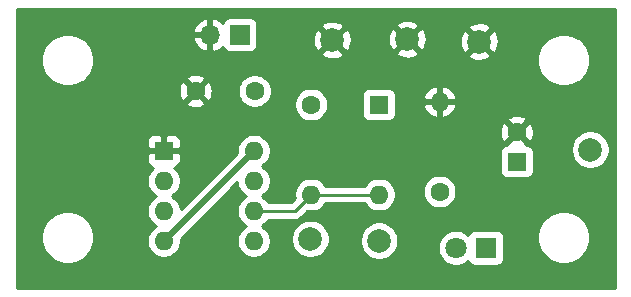
<source format=gbr>
%TF.GenerationSoftware,KiCad,Pcbnew,5.1.9-73d0e3b20d~88~ubuntu20.04.1*%
%TF.CreationDate,2021-03-24T21:29:24+01:00*%
%TF.ProjectId,10_KiCad_WCP,31305f4b-6943-4616-945f-5743502e6b69,rev?*%
%TF.SameCoordinates,Original*%
%TF.FileFunction,Copper,L2,Bot*%
%TF.FilePolarity,Positive*%
%FSLAX46Y46*%
G04 Gerber Fmt 4.6, Leading zero omitted, Abs format (unit mm)*
G04 Created by KiCad (PCBNEW 5.1.9-73d0e3b20d~88~ubuntu20.04.1) date 2021-03-24 21:29:24*
%MOMM*%
%LPD*%
G01*
G04 APERTURE LIST*
%TA.AperFunction,ComponentPad*%
%ADD10O,1.600000X1.600000*%
%TD*%
%TA.AperFunction,ComponentPad*%
%ADD11C,1.600000*%
%TD*%
%TA.AperFunction,ComponentPad*%
%ADD12C,2.000000*%
%TD*%
%TA.AperFunction,ComponentPad*%
%ADD13C,1.800000*%
%TD*%
%TA.AperFunction,ComponentPad*%
%ADD14R,1.800000X1.800000*%
%TD*%
%TA.AperFunction,ComponentPad*%
%ADD15R,1.600000X1.600000*%
%TD*%
%TA.AperFunction,ComponentPad*%
%ADD16O,1.700000X1.700000*%
%TD*%
%TA.AperFunction,ComponentPad*%
%ADD17R,1.700000X1.700000*%
%TD*%
%TA.AperFunction,Conductor*%
%ADD18C,0.500000*%
%TD*%
%TA.AperFunction,Conductor*%
%ADD19C,0.250000*%
%TD*%
%TA.AperFunction,Conductor*%
%ADD20C,0.254000*%
%TD*%
%TA.AperFunction,Conductor*%
%ADD21C,0.100000*%
%TD*%
G04 APERTURE END LIST*
D10*
%TO.P,R2,2*%
%TO.N,/THR*%
X86614000Y-56388000D03*
D11*
%TO.P,R2,1*%
%TO.N,+9V*%
X86614000Y-48768000D03*
%TD*%
D12*
%TO.P,TP6,1*%
%TO.N,Net-(D3-Pad2)*%
X92354400Y-60299600D03*
%TD*%
%TO.P,TP5,1*%
%TO.N,+9V*%
X86537800Y-60147200D03*
%TD*%
%TO.P,TP4,1*%
%TO.N,/THR*%
X110236000Y-52578000D03*
%TD*%
%TO.P,TP3,1*%
%TO.N,GND*%
X94742000Y-43243500D03*
%TD*%
%TO.P,TP2,1*%
%TO.N,GND*%
X88392000Y-43307000D03*
%TD*%
%TO.P,TP1,1*%
%TO.N,GND*%
X100838000Y-43434000D03*
%TD*%
D13*
%TO.P,D3,2*%
%TO.N,Net-(D3-Pad2)*%
X98856800Y-60909200D03*
D14*
%TO.P,D3,1*%
%TO.N,Net-(D3-Pad1)*%
X101396800Y-60909200D03*
%TD*%
D10*
%TO.P,R3,2*%
%TO.N,GND*%
X97472500Y-48514000D03*
D11*
%TO.P,R3,1*%
%TO.N,Net-(D3-Pad1)*%
X97472500Y-56134000D03*
%TD*%
D10*
%TO.P,U1,8*%
%TO.N,+9V*%
X81737200Y-52679600D03*
%TO.P,U1,4*%
X74117200Y-60299600D03*
%TO.P,U1,7*%
X81737200Y-55219600D03*
%TO.P,U1,3*%
%TO.N,Net-(D3-Pad2)*%
X74117200Y-57759600D03*
%TO.P,U1,6*%
%TO.N,/THR*%
X81737200Y-57759600D03*
%TO.P,U1,2*%
X74117200Y-55219600D03*
%TO.P,U1,5*%
%TO.N,Net-(U1-Pad5)*%
X81737200Y-60299600D03*
D15*
%TO.P,U1,1*%
%TO.N,GND*%
X74117200Y-52679600D03*
%TD*%
D16*
%TO.P,J1,2*%
%TO.N,GND*%
X78028800Y-42849800D03*
D17*
%TO.P,J1,1*%
%TO.N,+9V*%
X80568800Y-42849800D03*
%TD*%
D10*
%TO.P,D2,2*%
%TO.N,/THR*%
X92329000Y-56388000D03*
D15*
%TO.P,D2,1*%
%TO.N,+9V*%
X92329000Y-48768000D03*
%TD*%
D11*
%TO.P,C2,2*%
%TO.N,GND*%
X104013000Y-51094000D03*
D15*
%TO.P,C2,1*%
%TO.N,/THR*%
X104013000Y-53594000D03*
%TD*%
D11*
%TO.P,C1,2*%
%TO.N,GND*%
X76813400Y-47625000D03*
%TO.P,C1,1*%
%TO.N,+9V*%
X81813400Y-47625000D03*
%TD*%
D18*
%TO.N,+9V*%
X81737200Y-52679600D02*
X74117200Y-60299600D01*
D19*
%TO.N,/THR*%
X86614000Y-56388000D02*
X92329000Y-56388000D01*
X85242400Y-57759600D02*
X86614000Y-56388000D01*
X81737200Y-57759600D02*
X85242400Y-57759600D01*
%TD*%
D20*
%TO.N,GND*%
X112340001Y-64340000D02*
X61660000Y-64340000D01*
X61660000Y-59779872D01*
X63765000Y-59779872D01*
X63765000Y-60220128D01*
X63850890Y-60651925D01*
X64019369Y-61058669D01*
X64263962Y-61424729D01*
X64575271Y-61736038D01*
X64941331Y-61980631D01*
X65348075Y-62149110D01*
X65779872Y-62235000D01*
X66220128Y-62235000D01*
X66651925Y-62149110D01*
X67058669Y-61980631D01*
X67424729Y-61736038D01*
X67736038Y-61424729D01*
X67980631Y-61058669D01*
X68149110Y-60651925D01*
X68235000Y-60220128D01*
X68235000Y-59779872D01*
X68149110Y-59348075D01*
X67980631Y-58941331D01*
X67736038Y-58575271D01*
X67424729Y-58263962D01*
X67058669Y-58019369D01*
X66651925Y-57850890D01*
X66220128Y-57765000D01*
X65779872Y-57765000D01*
X65348075Y-57850890D01*
X64941331Y-58019369D01*
X64575271Y-58263962D01*
X64263962Y-58575271D01*
X64019369Y-58941331D01*
X63850890Y-59348075D01*
X63765000Y-59779872D01*
X61660000Y-59779872D01*
X61660000Y-53479600D01*
X72679128Y-53479600D01*
X72691388Y-53604082D01*
X72727698Y-53723780D01*
X72786663Y-53834094D01*
X72866015Y-53930785D01*
X72962706Y-54010137D01*
X73073020Y-54069102D01*
X73192718Y-54105412D01*
X73201161Y-54106243D01*
X73002563Y-54304841D01*
X72845520Y-54539873D01*
X72737347Y-54801026D01*
X72682200Y-55078265D01*
X72682200Y-55360935D01*
X72737347Y-55638174D01*
X72845520Y-55899327D01*
X73002563Y-56134359D01*
X73202441Y-56334237D01*
X73434959Y-56489600D01*
X73202441Y-56644963D01*
X73002563Y-56844841D01*
X72845520Y-57079873D01*
X72737347Y-57341026D01*
X72682200Y-57618265D01*
X72682200Y-57900935D01*
X72737347Y-58178174D01*
X72845520Y-58439327D01*
X73002563Y-58674359D01*
X73202441Y-58874237D01*
X73434959Y-59029600D01*
X73202441Y-59184963D01*
X73002563Y-59384841D01*
X72845520Y-59619873D01*
X72737347Y-59881026D01*
X72682200Y-60158265D01*
X72682200Y-60440935D01*
X72737347Y-60718174D01*
X72845520Y-60979327D01*
X73002563Y-61214359D01*
X73202441Y-61414237D01*
X73437473Y-61571280D01*
X73698626Y-61679453D01*
X73975865Y-61734600D01*
X74258535Y-61734600D01*
X74535774Y-61679453D01*
X74796927Y-61571280D01*
X75031959Y-61414237D01*
X75231837Y-61214359D01*
X75388880Y-60979327D01*
X75497053Y-60718174D01*
X75552200Y-60440935D01*
X75552200Y-60158265D01*
X75545217Y-60123161D01*
X80303070Y-55365309D01*
X80357347Y-55638174D01*
X80465520Y-55899327D01*
X80622563Y-56134359D01*
X80822441Y-56334237D01*
X81054959Y-56489600D01*
X80822441Y-56644963D01*
X80622563Y-56844841D01*
X80465520Y-57079873D01*
X80357347Y-57341026D01*
X80302200Y-57618265D01*
X80302200Y-57900935D01*
X80357347Y-58178174D01*
X80465520Y-58439327D01*
X80622563Y-58674359D01*
X80822441Y-58874237D01*
X81054959Y-59029600D01*
X80822441Y-59184963D01*
X80622563Y-59384841D01*
X80465520Y-59619873D01*
X80357347Y-59881026D01*
X80302200Y-60158265D01*
X80302200Y-60440935D01*
X80357347Y-60718174D01*
X80465520Y-60979327D01*
X80622563Y-61214359D01*
X80822441Y-61414237D01*
X81057473Y-61571280D01*
X81318626Y-61679453D01*
X81595865Y-61734600D01*
X81878535Y-61734600D01*
X82155774Y-61679453D01*
X82416927Y-61571280D01*
X82651959Y-61414237D01*
X82851837Y-61214359D01*
X83008880Y-60979327D01*
X83117053Y-60718174D01*
X83172200Y-60440935D01*
X83172200Y-60158265D01*
X83137968Y-59986167D01*
X84902800Y-59986167D01*
X84902800Y-60308233D01*
X84965632Y-60624112D01*
X85088882Y-60921663D01*
X85267813Y-61189452D01*
X85495548Y-61417187D01*
X85763337Y-61596118D01*
X86060888Y-61719368D01*
X86376767Y-61782200D01*
X86698833Y-61782200D01*
X87014712Y-61719368D01*
X87312263Y-61596118D01*
X87580052Y-61417187D01*
X87807787Y-61189452D01*
X87986718Y-60921663D01*
X88109968Y-60624112D01*
X88172800Y-60308233D01*
X88172800Y-60138567D01*
X90719400Y-60138567D01*
X90719400Y-60460633D01*
X90782232Y-60776512D01*
X90905482Y-61074063D01*
X91084413Y-61341852D01*
X91312148Y-61569587D01*
X91579937Y-61748518D01*
X91877488Y-61871768D01*
X92193367Y-61934600D01*
X92515433Y-61934600D01*
X92831312Y-61871768D01*
X93128863Y-61748518D01*
X93396652Y-61569587D01*
X93624387Y-61341852D01*
X93803318Y-61074063D01*
X93926568Y-60776512D01*
X93930247Y-60758016D01*
X97321800Y-60758016D01*
X97321800Y-61060384D01*
X97380789Y-61356943D01*
X97496501Y-61636295D01*
X97664488Y-61887705D01*
X97878295Y-62101512D01*
X98129705Y-62269499D01*
X98409057Y-62385211D01*
X98705616Y-62444200D01*
X99007984Y-62444200D01*
X99304543Y-62385211D01*
X99583895Y-62269499D01*
X99835305Y-62101512D01*
X99901744Y-62035073D01*
X99907298Y-62053380D01*
X99966263Y-62163694D01*
X100045615Y-62260385D01*
X100142306Y-62339737D01*
X100252620Y-62398702D01*
X100372318Y-62435012D01*
X100496800Y-62447272D01*
X102296800Y-62447272D01*
X102421282Y-62435012D01*
X102540980Y-62398702D01*
X102651294Y-62339737D01*
X102747985Y-62260385D01*
X102827337Y-62163694D01*
X102886302Y-62053380D01*
X102922612Y-61933682D01*
X102934872Y-61809200D01*
X102934872Y-60009200D01*
X102922612Y-59884718D01*
X102890808Y-59779872D01*
X105765000Y-59779872D01*
X105765000Y-60220128D01*
X105850890Y-60651925D01*
X106019369Y-61058669D01*
X106263962Y-61424729D01*
X106575271Y-61736038D01*
X106941331Y-61980631D01*
X107348075Y-62149110D01*
X107779872Y-62235000D01*
X108220128Y-62235000D01*
X108651925Y-62149110D01*
X109058669Y-61980631D01*
X109424729Y-61736038D01*
X109736038Y-61424729D01*
X109980631Y-61058669D01*
X110149110Y-60651925D01*
X110235000Y-60220128D01*
X110235000Y-59779872D01*
X110149110Y-59348075D01*
X109980631Y-58941331D01*
X109736038Y-58575271D01*
X109424729Y-58263962D01*
X109058669Y-58019369D01*
X108651925Y-57850890D01*
X108220128Y-57765000D01*
X107779872Y-57765000D01*
X107348075Y-57850890D01*
X106941331Y-58019369D01*
X106575271Y-58263962D01*
X106263962Y-58575271D01*
X106019369Y-58941331D01*
X105850890Y-59348075D01*
X105765000Y-59779872D01*
X102890808Y-59779872D01*
X102886302Y-59765020D01*
X102827337Y-59654706D01*
X102747985Y-59558015D01*
X102651294Y-59478663D01*
X102540980Y-59419698D01*
X102421282Y-59383388D01*
X102296800Y-59371128D01*
X100496800Y-59371128D01*
X100372318Y-59383388D01*
X100252620Y-59419698D01*
X100142306Y-59478663D01*
X100045615Y-59558015D01*
X99966263Y-59654706D01*
X99907298Y-59765020D01*
X99901744Y-59783327D01*
X99835305Y-59716888D01*
X99583895Y-59548901D01*
X99304543Y-59433189D01*
X99007984Y-59374200D01*
X98705616Y-59374200D01*
X98409057Y-59433189D01*
X98129705Y-59548901D01*
X97878295Y-59716888D01*
X97664488Y-59930695D01*
X97496501Y-60182105D01*
X97380789Y-60461457D01*
X97321800Y-60758016D01*
X93930247Y-60758016D01*
X93989400Y-60460633D01*
X93989400Y-60138567D01*
X93926568Y-59822688D01*
X93803318Y-59525137D01*
X93624387Y-59257348D01*
X93396652Y-59029613D01*
X93128863Y-58850682D01*
X92831312Y-58727432D01*
X92515433Y-58664600D01*
X92193367Y-58664600D01*
X91877488Y-58727432D01*
X91579937Y-58850682D01*
X91312148Y-59029613D01*
X91084413Y-59257348D01*
X90905482Y-59525137D01*
X90782232Y-59822688D01*
X90719400Y-60138567D01*
X88172800Y-60138567D01*
X88172800Y-59986167D01*
X88109968Y-59670288D01*
X87986718Y-59372737D01*
X87807787Y-59104948D01*
X87580052Y-58877213D01*
X87312263Y-58698282D01*
X87014712Y-58575032D01*
X86698833Y-58512200D01*
X86376767Y-58512200D01*
X86060888Y-58575032D01*
X85763337Y-58698282D01*
X85495548Y-58877213D01*
X85267813Y-59104948D01*
X85088882Y-59372737D01*
X84965632Y-59670288D01*
X84902800Y-59986167D01*
X83137968Y-59986167D01*
X83117053Y-59881026D01*
X83008880Y-59619873D01*
X82851837Y-59384841D01*
X82651959Y-59184963D01*
X82419441Y-59029600D01*
X82651959Y-58874237D01*
X82851837Y-58674359D01*
X82955243Y-58519600D01*
X85205078Y-58519600D01*
X85242400Y-58523276D01*
X85279722Y-58519600D01*
X85279733Y-58519600D01*
X85391386Y-58508603D01*
X85534647Y-58465146D01*
X85666676Y-58394574D01*
X85782401Y-58299601D01*
X85806204Y-58270597D01*
X86290114Y-57786688D01*
X86472665Y-57823000D01*
X86755335Y-57823000D01*
X87032574Y-57767853D01*
X87293727Y-57659680D01*
X87528759Y-57502637D01*
X87728637Y-57302759D01*
X87832043Y-57148000D01*
X91110957Y-57148000D01*
X91214363Y-57302759D01*
X91414241Y-57502637D01*
X91649273Y-57659680D01*
X91910426Y-57767853D01*
X92187665Y-57823000D01*
X92470335Y-57823000D01*
X92747574Y-57767853D01*
X93008727Y-57659680D01*
X93243759Y-57502637D01*
X93443637Y-57302759D01*
X93600680Y-57067727D01*
X93708853Y-56806574D01*
X93764000Y-56529335D01*
X93764000Y-56246665D01*
X93713476Y-55992665D01*
X96037500Y-55992665D01*
X96037500Y-56275335D01*
X96092647Y-56552574D01*
X96200820Y-56813727D01*
X96357863Y-57048759D01*
X96557741Y-57248637D01*
X96792773Y-57405680D01*
X97053926Y-57513853D01*
X97331165Y-57569000D01*
X97613835Y-57569000D01*
X97891074Y-57513853D01*
X98152227Y-57405680D01*
X98387259Y-57248637D01*
X98587137Y-57048759D01*
X98744180Y-56813727D01*
X98852353Y-56552574D01*
X98907500Y-56275335D01*
X98907500Y-55992665D01*
X98852353Y-55715426D01*
X98744180Y-55454273D01*
X98587137Y-55219241D01*
X98387259Y-55019363D01*
X98152227Y-54862320D01*
X97891074Y-54754147D01*
X97613835Y-54699000D01*
X97331165Y-54699000D01*
X97053926Y-54754147D01*
X96792773Y-54862320D01*
X96557741Y-55019363D01*
X96357863Y-55219241D01*
X96200820Y-55454273D01*
X96092647Y-55715426D01*
X96037500Y-55992665D01*
X93713476Y-55992665D01*
X93708853Y-55969426D01*
X93600680Y-55708273D01*
X93443637Y-55473241D01*
X93243759Y-55273363D01*
X93008727Y-55116320D01*
X92747574Y-55008147D01*
X92470335Y-54953000D01*
X92187665Y-54953000D01*
X91910426Y-55008147D01*
X91649273Y-55116320D01*
X91414241Y-55273363D01*
X91214363Y-55473241D01*
X91110957Y-55628000D01*
X87832043Y-55628000D01*
X87728637Y-55473241D01*
X87528759Y-55273363D01*
X87293727Y-55116320D01*
X87032574Y-55008147D01*
X86755335Y-54953000D01*
X86472665Y-54953000D01*
X86195426Y-55008147D01*
X85934273Y-55116320D01*
X85699241Y-55273363D01*
X85499363Y-55473241D01*
X85342320Y-55708273D01*
X85234147Y-55969426D01*
X85179000Y-56246665D01*
X85179000Y-56529335D01*
X85215312Y-56711886D01*
X84927599Y-56999600D01*
X82955243Y-56999600D01*
X82851837Y-56844841D01*
X82651959Y-56644963D01*
X82419441Y-56489600D01*
X82651959Y-56334237D01*
X82851837Y-56134359D01*
X83008880Y-55899327D01*
X83117053Y-55638174D01*
X83172200Y-55360935D01*
X83172200Y-55078265D01*
X83117053Y-54801026D01*
X83008880Y-54539873D01*
X82851837Y-54304841D01*
X82651959Y-54104963D01*
X82419441Y-53949600D01*
X82651959Y-53794237D01*
X82851837Y-53594359D01*
X83008880Y-53359327D01*
X83117053Y-53098174D01*
X83172200Y-52820935D01*
X83172200Y-52794000D01*
X102574928Y-52794000D01*
X102574928Y-54394000D01*
X102587188Y-54518482D01*
X102623498Y-54638180D01*
X102682463Y-54748494D01*
X102761815Y-54845185D01*
X102858506Y-54924537D01*
X102968820Y-54983502D01*
X103088518Y-55019812D01*
X103213000Y-55032072D01*
X104813000Y-55032072D01*
X104937482Y-55019812D01*
X105057180Y-54983502D01*
X105167494Y-54924537D01*
X105264185Y-54845185D01*
X105343537Y-54748494D01*
X105402502Y-54638180D01*
X105438812Y-54518482D01*
X105451072Y-54394000D01*
X105451072Y-52794000D01*
X105438812Y-52669518D01*
X105402502Y-52549820D01*
X105343537Y-52439506D01*
X105325040Y-52416967D01*
X108601000Y-52416967D01*
X108601000Y-52739033D01*
X108663832Y-53054912D01*
X108787082Y-53352463D01*
X108966013Y-53620252D01*
X109193748Y-53847987D01*
X109461537Y-54026918D01*
X109759088Y-54150168D01*
X110074967Y-54213000D01*
X110397033Y-54213000D01*
X110712912Y-54150168D01*
X111010463Y-54026918D01*
X111278252Y-53847987D01*
X111505987Y-53620252D01*
X111684918Y-53352463D01*
X111808168Y-53054912D01*
X111871000Y-52739033D01*
X111871000Y-52416967D01*
X111808168Y-52101088D01*
X111684918Y-51803537D01*
X111505987Y-51535748D01*
X111278252Y-51308013D01*
X111010463Y-51129082D01*
X110712912Y-51005832D01*
X110397033Y-50943000D01*
X110074967Y-50943000D01*
X109759088Y-51005832D01*
X109461537Y-51129082D01*
X109193748Y-51308013D01*
X108966013Y-51535748D01*
X108787082Y-51803537D01*
X108663832Y-52101088D01*
X108601000Y-52416967D01*
X105325040Y-52416967D01*
X105264185Y-52342815D01*
X105167494Y-52263463D01*
X105057180Y-52204498D01*
X104937482Y-52168188D01*
X104813000Y-52155928D01*
X104805785Y-52155928D01*
X104826097Y-52086702D01*
X104013000Y-51273605D01*
X103199903Y-52086702D01*
X103220215Y-52155928D01*
X103213000Y-52155928D01*
X103088518Y-52168188D01*
X102968820Y-52204498D01*
X102858506Y-52263463D01*
X102761815Y-52342815D01*
X102682463Y-52439506D01*
X102623498Y-52549820D01*
X102587188Y-52669518D01*
X102574928Y-52794000D01*
X83172200Y-52794000D01*
X83172200Y-52538265D01*
X83117053Y-52261026D01*
X83008880Y-51999873D01*
X82851837Y-51764841D01*
X82651959Y-51564963D01*
X82416927Y-51407920D01*
X82155774Y-51299747D01*
X81878535Y-51244600D01*
X81595865Y-51244600D01*
X81318626Y-51299747D01*
X81057473Y-51407920D01*
X80822441Y-51564963D01*
X80622563Y-51764841D01*
X80465520Y-51999873D01*
X80357347Y-52261026D01*
X80302200Y-52538265D01*
X80302200Y-52820935D01*
X80309183Y-52856038D01*
X75551330Y-57613892D01*
X75497053Y-57341026D01*
X75388880Y-57079873D01*
X75231837Y-56844841D01*
X75031959Y-56644963D01*
X74799441Y-56489600D01*
X75031959Y-56334237D01*
X75231837Y-56134359D01*
X75388880Y-55899327D01*
X75497053Y-55638174D01*
X75552200Y-55360935D01*
X75552200Y-55078265D01*
X75497053Y-54801026D01*
X75388880Y-54539873D01*
X75231837Y-54304841D01*
X75033239Y-54106243D01*
X75041682Y-54105412D01*
X75161380Y-54069102D01*
X75271694Y-54010137D01*
X75368385Y-53930785D01*
X75447737Y-53834094D01*
X75506702Y-53723780D01*
X75543012Y-53604082D01*
X75555272Y-53479600D01*
X75552200Y-52965350D01*
X75393450Y-52806600D01*
X74244200Y-52806600D01*
X74244200Y-52826600D01*
X73990200Y-52826600D01*
X73990200Y-52806600D01*
X72840950Y-52806600D01*
X72682200Y-52965350D01*
X72679128Y-53479600D01*
X61660000Y-53479600D01*
X61660000Y-51879600D01*
X72679128Y-51879600D01*
X72682200Y-52393850D01*
X72840950Y-52552600D01*
X73990200Y-52552600D01*
X73990200Y-51403350D01*
X74244200Y-51403350D01*
X74244200Y-52552600D01*
X75393450Y-52552600D01*
X75552200Y-52393850D01*
X75555272Y-51879600D01*
X75543012Y-51755118D01*
X75506702Y-51635420D01*
X75447737Y-51525106D01*
X75368385Y-51428415D01*
X75271694Y-51349063D01*
X75161380Y-51290098D01*
X75041682Y-51253788D01*
X74917200Y-51241528D01*
X74402950Y-51244600D01*
X74244200Y-51403350D01*
X73990200Y-51403350D01*
X73831450Y-51244600D01*
X73317200Y-51241528D01*
X73192718Y-51253788D01*
X73073020Y-51290098D01*
X72962706Y-51349063D01*
X72866015Y-51428415D01*
X72786663Y-51525106D01*
X72727698Y-51635420D01*
X72691388Y-51755118D01*
X72679128Y-51879600D01*
X61660000Y-51879600D01*
X61660000Y-51164512D01*
X102572783Y-51164512D01*
X102614213Y-51444130D01*
X102709397Y-51710292D01*
X102776329Y-51835514D01*
X103020298Y-51907097D01*
X103833395Y-51094000D01*
X104192605Y-51094000D01*
X105005702Y-51907097D01*
X105249671Y-51835514D01*
X105370571Y-51580004D01*
X105439300Y-51305816D01*
X105453217Y-51023488D01*
X105411787Y-50743870D01*
X105316603Y-50477708D01*
X105249671Y-50352486D01*
X105005702Y-50280903D01*
X104192605Y-51094000D01*
X103833395Y-51094000D01*
X103020298Y-50280903D01*
X102776329Y-50352486D01*
X102655429Y-50607996D01*
X102586700Y-50882184D01*
X102572783Y-51164512D01*
X61660000Y-51164512D01*
X61660000Y-48617702D01*
X76000303Y-48617702D01*
X76071886Y-48861671D01*
X76327396Y-48982571D01*
X76601584Y-49051300D01*
X76883912Y-49065217D01*
X77163530Y-49023787D01*
X77429692Y-48928603D01*
X77554914Y-48861671D01*
X77626497Y-48617702D01*
X76813400Y-47804605D01*
X76000303Y-48617702D01*
X61660000Y-48617702D01*
X61660000Y-47695512D01*
X75373183Y-47695512D01*
X75414613Y-47975130D01*
X75509797Y-48241292D01*
X75576729Y-48366514D01*
X75820698Y-48438097D01*
X76633795Y-47625000D01*
X76993005Y-47625000D01*
X77806102Y-48438097D01*
X78050071Y-48366514D01*
X78170971Y-48111004D01*
X78239700Y-47836816D01*
X78253617Y-47554488D01*
X78243124Y-47483665D01*
X80378400Y-47483665D01*
X80378400Y-47766335D01*
X80433547Y-48043574D01*
X80541720Y-48304727D01*
X80698763Y-48539759D01*
X80898641Y-48739637D01*
X81133673Y-48896680D01*
X81394826Y-49004853D01*
X81672065Y-49060000D01*
X81954735Y-49060000D01*
X82231974Y-49004853D01*
X82493127Y-48896680D01*
X82728159Y-48739637D01*
X82841131Y-48626665D01*
X85179000Y-48626665D01*
X85179000Y-48909335D01*
X85234147Y-49186574D01*
X85342320Y-49447727D01*
X85499363Y-49682759D01*
X85699241Y-49882637D01*
X85934273Y-50039680D01*
X86195426Y-50147853D01*
X86472665Y-50203000D01*
X86755335Y-50203000D01*
X87032574Y-50147853D01*
X87293727Y-50039680D01*
X87528759Y-49882637D01*
X87728637Y-49682759D01*
X87885680Y-49447727D01*
X87993853Y-49186574D01*
X88049000Y-48909335D01*
X88049000Y-48626665D01*
X87993853Y-48349426D01*
X87885680Y-48088273D01*
X87805317Y-47968000D01*
X90890928Y-47968000D01*
X90890928Y-49568000D01*
X90903188Y-49692482D01*
X90939498Y-49812180D01*
X90998463Y-49922494D01*
X91077815Y-50019185D01*
X91174506Y-50098537D01*
X91284820Y-50157502D01*
X91404518Y-50193812D01*
X91529000Y-50206072D01*
X93129000Y-50206072D01*
X93253482Y-50193812D01*
X93373180Y-50157502D01*
X93478328Y-50101298D01*
X103199903Y-50101298D01*
X104013000Y-50914395D01*
X104826097Y-50101298D01*
X104754514Y-49857329D01*
X104499004Y-49736429D01*
X104224816Y-49667700D01*
X103942488Y-49653783D01*
X103662870Y-49695213D01*
X103396708Y-49790397D01*
X103271486Y-49857329D01*
X103199903Y-50101298D01*
X93478328Y-50101298D01*
X93483494Y-50098537D01*
X93580185Y-50019185D01*
X93659537Y-49922494D01*
X93718502Y-49812180D01*
X93754812Y-49692482D01*
X93767072Y-49568000D01*
X93767072Y-48863040D01*
X96080591Y-48863040D01*
X96175430Y-49127881D01*
X96320115Y-49369131D01*
X96509086Y-49577519D01*
X96735080Y-49745037D01*
X96989413Y-49865246D01*
X97123461Y-49905904D01*
X97345500Y-49783915D01*
X97345500Y-48641000D01*
X97599500Y-48641000D01*
X97599500Y-49783915D01*
X97821539Y-49905904D01*
X97955587Y-49865246D01*
X98209920Y-49745037D01*
X98435914Y-49577519D01*
X98624885Y-49369131D01*
X98769570Y-49127881D01*
X98864409Y-48863040D01*
X98743124Y-48641000D01*
X97599500Y-48641000D01*
X97345500Y-48641000D01*
X96201876Y-48641000D01*
X96080591Y-48863040D01*
X93767072Y-48863040D01*
X93767072Y-48164960D01*
X96080591Y-48164960D01*
X96201876Y-48387000D01*
X97345500Y-48387000D01*
X97345500Y-47244085D01*
X97599500Y-47244085D01*
X97599500Y-48387000D01*
X98743124Y-48387000D01*
X98864409Y-48164960D01*
X98769570Y-47900119D01*
X98624885Y-47658869D01*
X98435914Y-47450481D01*
X98209920Y-47282963D01*
X97955587Y-47162754D01*
X97821539Y-47122096D01*
X97599500Y-47244085D01*
X97345500Y-47244085D01*
X97123461Y-47122096D01*
X96989413Y-47162754D01*
X96735080Y-47282963D01*
X96509086Y-47450481D01*
X96320115Y-47658869D01*
X96175430Y-47900119D01*
X96080591Y-48164960D01*
X93767072Y-48164960D01*
X93767072Y-47968000D01*
X93754812Y-47843518D01*
X93718502Y-47723820D01*
X93659537Y-47613506D01*
X93580185Y-47516815D01*
X93483494Y-47437463D01*
X93373180Y-47378498D01*
X93253482Y-47342188D01*
X93129000Y-47329928D01*
X91529000Y-47329928D01*
X91404518Y-47342188D01*
X91284820Y-47378498D01*
X91174506Y-47437463D01*
X91077815Y-47516815D01*
X90998463Y-47613506D01*
X90939498Y-47723820D01*
X90903188Y-47843518D01*
X90890928Y-47968000D01*
X87805317Y-47968000D01*
X87728637Y-47853241D01*
X87528759Y-47653363D01*
X87293727Y-47496320D01*
X87032574Y-47388147D01*
X86755335Y-47333000D01*
X86472665Y-47333000D01*
X86195426Y-47388147D01*
X85934273Y-47496320D01*
X85699241Y-47653363D01*
X85499363Y-47853241D01*
X85342320Y-48088273D01*
X85234147Y-48349426D01*
X85179000Y-48626665D01*
X82841131Y-48626665D01*
X82928037Y-48539759D01*
X83085080Y-48304727D01*
X83193253Y-48043574D01*
X83248400Y-47766335D01*
X83248400Y-47483665D01*
X83193253Y-47206426D01*
X83085080Y-46945273D01*
X82928037Y-46710241D01*
X82728159Y-46510363D01*
X82493127Y-46353320D01*
X82231974Y-46245147D01*
X81954735Y-46190000D01*
X81672065Y-46190000D01*
X81394826Y-46245147D01*
X81133673Y-46353320D01*
X80898641Y-46510363D01*
X80698763Y-46710241D01*
X80541720Y-46945273D01*
X80433547Y-47206426D01*
X80378400Y-47483665D01*
X78243124Y-47483665D01*
X78212187Y-47274870D01*
X78117003Y-47008708D01*
X78050071Y-46883486D01*
X77806102Y-46811903D01*
X76993005Y-47625000D01*
X76633795Y-47625000D01*
X75820698Y-46811903D01*
X75576729Y-46883486D01*
X75455829Y-47138996D01*
X75387100Y-47413184D01*
X75373183Y-47695512D01*
X61660000Y-47695512D01*
X61660000Y-44779872D01*
X63765000Y-44779872D01*
X63765000Y-45220128D01*
X63850890Y-45651925D01*
X64019369Y-46058669D01*
X64263962Y-46424729D01*
X64575271Y-46736038D01*
X64941331Y-46980631D01*
X65348075Y-47149110D01*
X65779872Y-47235000D01*
X66220128Y-47235000D01*
X66651925Y-47149110D01*
X67058669Y-46980631D01*
X67424729Y-46736038D01*
X67528469Y-46632298D01*
X76000303Y-46632298D01*
X76813400Y-47445395D01*
X77626497Y-46632298D01*
X77554914Y-46388329D01*
X77299404Y-46267429D01*
X77025216Y-46198700D01*
X76742888Y-46184783D01*
X76463270Y-46226213D01*
X76197108Y-46321397D01*
X76071886Y-46388329D01*
X76000303Y-46632298D01*
X67528469Y-46632298D01*
X67736038Y-46424729D01*
X67980631Y-46058669D01*
X68149110Y-45651925D01*
X68235000Y-45220128D01*
X68235000Y-44779872D01*
X68167876Y-44442413D01*
X87436192Y-44442413D01*
X87531956Y-44706814D01*
X87821571Y-44847704D01*
X88133108Y-44929384D01*
X88454595Y-44948718D01*
X88773675Y-44904961D01*
X89078088Y-44799795D01*
X89252044Y-44706814D01*
X89347808Y-44442413D01*
X89284308Y-44378913D01*
X93786192Y-44378913D01*
X93881956Y-44643314D01*
X94171571Y-44784204D01*
X94483108Y-44865884D01*
X94804595Y-44885218D01*
X95123675Y-44841461D01*
X95428088Y-44736295D01*
X95602044Y-44643314D01*
X95628810Y-44569413D01*
X99882192Y-44569413D01*
X99977956Y-44833814D01*
X100267571Y-44974704D01*
X100579108Y-45056384D01*
X100900595Y-45075718D01*
X101219675Y-45031961D01*
X101524088Y-44926795D01*
X101698044Y-44833814D01*
X101717581Y-44779872D01*
X105765000Y-44779872D01*
X105765000Y-45220128D01*
X105850890Y-45651925D01*
X106019369Y-46058669D01*
X106263962Y-46424729D01*
X106575271Y-46736038D01*
X106941331Y-46980631D01*
X107348075Y-47149110D01*
X107779872Y-47235000D01*
X108220128Y-47235000D01*
X108651925Y-47149110D01*
X109058669Y-46980631D01*
X109424729Y-46736038D01*
X109736038Y-46424729D01*
X109980631Y-46058669D01*
X110149110Y-45651925D01*
X110235000Y-45220128D01*
X110235000Y-44779872D01*
X110149110Y-44348075D01*
X109980631Y-43941331D01*
X109736038Y-43575271D01*
X109424729Y-43263962D01*
X109058669Y-43019369D01*
X108651925Y-42850890D01*
X108220128Y-42765000D01*
X107779872Y-42765000D01*
X107348075Y-42850890D01*
X106941331Y-43019369D01*
X106575271Y-43263962D01*
X106263962Y-43575271D01*
X106019369Y-43941331D01*
X105850890Y-44348075D01*
X105765000Y-44779872D01*
X101717581Y-44779872D01*
X101793808Y-44569413D01*
X100838000Y-43613605D01*
X99882192Y-44569413D01*
X95628810Y-44569413D01*
X95697808Y-44378913D01*
X94742000Y-43423105D01*
X93786192Y-44378913D01*
X89284308Y-44378913D01*
X88392000Y-43486605D01*
X87436192Y-44442413D01*
X68167876Y-44442413D01*
X68149110Y-44348075D01*
X67980631Y-43941331D01*
X67736038Y-43575271D01*
X67424729Y-43263962D01*
X67339017Y-43206691D01*
X76587319Y-43206691D01*
X76684643Y-43481052D01*
X76833622Y-43731155D01*
X77028531Y-43947388D01*
X77261880Y-44121441D01*
X77524701Y-44246625D01*
X77671910Y-44291276D01*
X77901800Y-44169955D01*
X77901800Y-42976800D01*
X76707986Y-42976800D01*
X76587319Y-43206691D01*
X67339017Y-43206691D01*
X67058669Y-43019369D01*
X66651925Y-42850890D01*
X66220128Y-42765000D01*
X65779872Y-42765000D01*
X65348075Y-42850890D01*
X64941331Y-43019369D01*
X64575271Y-43263962D01*
X64263962Y-43575271D01*
X64019369Y-43941331D01*
X63850890Y-44348075D01*
X63765000Y-44779872D01*
X61660000Y-44779872D01*
X61660000Y-42492909D01*
X76587319Y-42492909D01*
X76707986Y-42722800D01*
X77901800Y-42722800D01*
X77901800Y-41529645D01*
X78155800Y-41529645D01*
X78155800Y-42722800D01*
X78175800Y-42722800D01*
X78175800Y-42976800D01*
X78155800Y-42976800D01*
X78155800Y-44169955D01*
X78385690Y-44291276D01*
X78532899Y-44246625D01*
X78795720Y-44121441D01*
X79029069Y-43947388D01*
X79104834Y-43863334D01*
X79129298Y-43943980D01*
X79188263Y-44054294D01*
X79267615Y-44150985D01*
X79364306Y-44230337D01*
X79474620Y-44289302D01*
X79594318Y-44325612D01*
X79718800Y-44337872D01*
X81418800Y-44337872D01*
X81543282Y-44325612D01*
X81662980Y-44289302D01*
X81773294Y-44230337D01*
X81869985Y-44150985D01*
X81949337Y-44054294D01*
X82008302Y-43943980D01*
X82044612Y-43824282D01*
X82056872Y-43699800D01*
X82056872Y-43369595D01*
X86750282Y-43369595D01*
X86794039Y-43688675D01*
X86899205Y-43993088D01*
X86992186Y-44167044D01*
X87256587Y-44262808D01*
X88212395Y-43307000D01*
X88571605Y-43307000D01*
X89527413Y-44262808D01*
X89791814Y-44167044D01*
X89932704Y-43877429D01*
X90014384Y-43565892D01*
X90030008Y-43306095D01*
X93100282Y-43306095D01*
X93144039Y-43625175D01*
X93249205Y-43929588D01*
X93342186Y-44103544D01*
X93606587Y-44199308D01*
X94562395Y-43243500D01*
X94921605Y-43243500D01*
X95877413Y-44199308D01*
X96141814Y-44103544D01*
X96282704Y-43813929D01*
X96364384Y-43502392D01*
X96364732Y-43496595D01*
X99196282Y-43496595D01*
X99240039Y-43815675D01*
X99345205Y-44120088D01*
X99438186Y-44294044D01*
X99702587Y-44389808D01*
X100658395Y-43434000D01*
X101017605Y-43434000D01*
X101973413Y-44389808D01*
X102237814Y-44294044D01*
X102378704Y-44004429D01*
X102460384Y-43692892D01*
X102479718Y-43371405D01*
X102435961Y-43052325D01*
X102330795Y-42747912D01*
X102237814Y-42573956D01*
X101973413Y-42478192D01*
X101017605Y-43434000D01*
X100658395Y-43434000D01*
X99702587Y-42478192D01*
X99438186Y-42573956D01*
X99297296Y-42863571D01*
X99215616Y-43175108D01*
X99196282Y-43496595D01*
X96364732Y-43496595D01*
X96383718Y-43180905D01*
X96339961Y-42861825D01*
X96234795Y-42557412D01*
X96141814Y-42383456D01*
X95907494Y-42298587D01*
X99882192Y-42298587D01*
X100838000Y-43254395D01*
X101793808Y-42298587D01*
X101698044Y-42034186D01*
X101408429Y-41893296D01*
X101096892Y-41811616D01*
X100775405Y-41792282D01*
X100456325Y-41836039D01*
X100151912Y-41941205D01*
X99977956Y-42034186D01*
X99882192Y-42298587D01*
X95907494Y-42298587D01*
X95877413Y-42287692D01*
X94921605Y-43243500D01*
X94562395Y-43243500D01*
X93606587Y-42287692D01*
X93342186Y-42383456D01*
X93201296Y-42673071D01*
X93119616Y-42984608D01*
X93100282Y-43306095D01*
X90030008Y-43306095D01*
X90033718Y-43244405D01*
X89989961Y-42925325D01*
X89884795Y-42620912D01*
X89791814Y-42446956D01*
X89527413Y-42351192D01*
X88571605Y-43307000D01*
X88212395Y-43307000D01*
X87256587Y-42351192D01*
X86992186Y-42446956D01*
X86851296Y-42736571D01*
X86769616Y-43048108D01*
X86750282Y-43369595D01*
X82056872Y-43369595D01*
X82056872Y-42171587D01*
X87436192Y-42171587D01*
X88392000Y-43127395D01*
X89347808Y-42171587D01*
X89324809Y-42108087D01*
X93786192Y-42108087D01*
X94742000Y-43063895D01*
X95697808Y-42108087D01*
X95602044Y-41843686D01*
X95312429Y-41702796D01*
X95000892Y-41621116D01*
X94679405Y-41601782D01*
X94360325Y-41645539D01*
X94055912Y-41750705D01*
X93881956Y-41843686D01*
X93786192Y-42108087D01*
X89324809Y-42108087D01*
X89252044Y-41907186D01*
X88962429Y-41766296D01*
X88650892Y-41684616D01*
X88329405Y-41665282D01*
X88010325Y-41709039D01*
X87705912Y-41814205D01*
X87531956Y-41907186D01*
X87436192Y-42171587D01*
X82056872Y-42171587D01*
X82056872Y-41999800D01*
X82044612Y-41875318D01*
X82008302Y-41755620D01*
X81949337Y-41645306D01*
X81869985Y-41548615D01*
X81773294Y-41469263D01*
X81662980Y-41410298D01*
X81543282Y-41373988D01*
X81418800Y-41361728D01*
X79718800Y-41361728D01*
X79594318Y-41373988D01*
X79474620Y-41410298D01*
X79364306Y-41469263D01*
X79267615Y-41548615D01*
X79188263Y-41645306D01*
X79129298Y-41755620D01*
X79104834Y-41836266D01*
X79029069Y-41752212D01*
X78795720Y-41578159D01*
X78532899Y-41452975D01*
X78385690Y-41408324D01*
X78155800Y-41529645D01*
X77901800Y-41529645D01*
X77671910Y-41408324D01*
X77524701Y-41452975D01*
X77261880Y-41578159D01*
X77028531Y-41752212D01*
X76833622Y-41968445D01*
X76684643Y-42218548D01*
X76587319Y-42492909D01*
X61660000Y-42492909D01*
X61660000Y-40660000D01*
X112340000Y-40660000D01*
X112340001Y-64340000D01*
%TA.AperFunction,Conductor*%
D21*
G36*
X112340001Y-64340000D02*
G01*
X61660000Y-64340000D01*
X61660000Y-59779872D01*
X63765000Y-59779872D01*
X63765000Y-60220128D01*
X63850890Y-60651925D01*
X64019369Y-61058669D01*
X64263962Y-61424729D01*
X64575271Y-61736038D01*
X64941331Y-61980631D01*
X65348075Y-62149110D01*
X65779872Y-62235000D01*
X66220128Y-62235000D01*
X66651925Y-62149110D01*
X67058669Y-61980631D01*
X67424729Y-61736038D01*
X67736038Y-61424729D01*
X67980631Y-61058669D01*
X68149110Y-60651925D01*
X68235000Y-60220128D01*
X68235000Y-59779872D01*
X68149110Y-59348075D01*
X67980631Y-58941331D01*
X67736038Y-58575271D01*
X67424729Y-58263962D01*
X67058669Y-58019369D01*
X66651925Y-57850890D01*
X66220128Y-57765000D01*
X65779872Y-57765000D01*
X65348075Y-57850890D01*
X64941331Y-58019369D01*
X64575271Y-58263962D01*
X64263962Y-58575271D01*
X64019369Y-58941331D01*
X63850890Y-59348075D01*
X63765000Y-59779872D01*
X61660000Y-59779872D01*
X61660000Y-53479600D01*
X72679128Y-53479600D01*
X72691388Y-53604082D01*
X72727698Y-53723780D01*
X72786663Y-53834094D01*
X72866015Y-53930785D01*
X72962706Y-54010137D01*
X73073020Y-54069102D01*
X73192718Y-54105412D01*
X73201161Y-54106243D01*
X73002563Y-54304841D01*
X72845520Y-54539873D01*
X72737347Y-54801026D01*
X72682200Y-55078265D01*
X72682200Y-55360935D01*
X72737347Y-55638174D01*
X72845520Y-55899327D01*
X73002563Y-56134359D01*
X73202441Y-56334237D01*
X73434959Y-56489600D01*
X73202441Y-56644963D01*
X73002563Y-56844841D01*
X72845520Y-57079873D01*
X72737347Y-57341026D01*
X72682200Y-57618265D01*
X72682200Y-57900935D01*
X72737347Y-58178174D01*
X72845520Y-58439327D01*
X73002563Y-58674359D01*
X73202441Y-58874237D01*
X73434959Y-59029600D01*
X73202441Y-59184963D01*
X73002563Y-59384841D01*
X72845520Y-59619873D01*
X72737347Y-59881026D01*
X72682200Y-60158265D01*
X72682200Y-60440935D01*
X72737347Y-60718174D01*
X72845520Y-60979327D01*
X73002563Y-61214359D01*
X73202441Y-61414237D01*
X73437473Y-61571280D01*
X73698626Y-61679453D01*
X73975865Y-61734600D01*
X74258535Y-61734600D01*
X74535774Y-61679453D01*
X74796927Y-61571280D01*
X75031959Y-61414237D01*
X75231837Y-61214359D01*
X75388880Y-60979327D01*
X75497053Y-60718174D01*
X75552200Y-60440935D01*
X75552200Y-60158265D01*
X75545217Y-60123161D01*
X80303070Y-55365309D01*
X80357347Y-55638174D01*
X80465520Y-55899327D01*
X80622563Y-56134359D01*
X80822441Y-56334237D01*
X81054959Y-56489600D01*
X80822441Y-56644963D01*
X80622563Y-56844841D01*
X80465520Y-57079873D01*
X80357347Y-57341026D01*
X80302200Y-57618265D01*
X80302200Y-57900935D01*
X80357347Y-58178174D01*
X80465520Y-58439327D01*
X80622563Y-58674359D01*
X80822441Y-58874237D01*
X81054959Y-59029600D01*
X80822441Y-59184963D01*
X80622563Y-59384841D01*
X80465520Y-59619873D01*
X80357347Y-59881026D01*
X80302200Y-60158265D01*
X80302200Y-60440935D01*
X80357347Y-60718174D01*
X80465520Y-60979327D01*
X80622563Y-61214359D01*
X80822441Y-61414237D01*
X81057473Y-61571280D01*
X81318626Y-61679453D01*
X81595865Y-61734600D01*
X81878535Y-61734600D01*
X82155774Y-61679453D01*
X82416927Y-61571280D01*
X82651959Y-61414237D01*
X82851837Y-61214359D01*
X83008880Y-60979327D01*
X83117053Y-60718174D01*
X83172200Y-60440935D01*
X83172200Y-60158265D01*
X83137968Y-59986167D01*
X84902800Y-59986167D01*
X84902800Y-60308233D01*
X84965632Y-60624112D01*
X85088882Y-60921663D01*
X85267813Y-61189452D01*
X85495548Y-61417187D01*
X85763337Y-61596118D01*
X86060888Y-61719368D01*
X86376767Y-61782200D01*
X86698833Y-61782200D01*
X87014712Y-61719368D01*
X87312263Y-61596118D01*
X87580052Y-61417187D01*
X87807787Y-61189452D01*
X87986718Y-60921663D01*
X88109968Y-60624112D01*
X88172800Y-60308233D01*
X88172800Y-60138567D01*
X90719400Y-60138567D01*
X90719400Y-60460633D01*
X90782232Y-60776512D01*
X90905482Y-61074063D01*
X91084413Y-61341852D01*
X91312148Y-61569587D01*
X91579937Y-61748518D01*
X91877488Y-61871768D01*
X92193367Y-61934600D01*
X92515433Y-61934600D01*
X92831312Y-61871768D01*
X93128863Y-61748518D01*
X93396652Y-61569587D01*
X93624387Y-61341852D01*
X93803318Y-61074063D01*
X93926568Y-60776512D01*
X93930247Y-60758016D01*
X97321800Y-60758016D01*
X97321800Y-61060384D01*
X97380789Y-61356943D01*
X97496501Y-61636295D01*
X97664488Y-61887705D01*
X97878295Y-62101512D01*
X98129705Y-62269499D01*
X98409057Y-62385211D01*
X98705616Y-62444200D01*
X99007984Y-62444200D01*
X99304543Y-62385211D01*
X99583895Y-62269499D01*
X99835305Y-62101512D01*
X99901744Y-62035073D01*
X99907298Y-62053380D01*
X99966263Y-62163694D01*
X100045615Y-62260385D01*
X100142306Y-62339737D01*
X100252620Y-62398702D01*
X100372318Y-62435012D01*
X100496800Y-62447272D01*
X102296800Y-62447272D01*
X102421282Y-62435012D01*
X102540980Y-62398702D01*
X102651294Y-62339737D01*
X102747985Y-62260385D01*
X102827337Y-62163694D01*
X102886302Y-62053380D01*
X102922612Y-61933682D01*
X102934872Y-61809200D01*
X102934872Y-60009200D01*
X102922612Y-59884718D01*
X102890808Y-59779872D01*
X105765000Y-59779872D01*
X105765000Y-60220128D01*
X105850890Y-60651925D01*
X106019369Y-61058669D01*
X106263962Y-61424729D01*
X106575271Y-61736038D01*
X106941331Y-61980631D01*
X107348075Y-62149110D01*
X107779872Y-62235000D01*
X108220128Y-62235000D01*
X108651925Y-62149110D01*
X109058669Y-61980631D01*
X109424729Y-61736038D01*
X109736038Y-61424729D01*
X109980631Y-61058669D01*
X110149110Y-60651925D01*
X110235000Y-60220128D01*
X110235000Y-59779872D01*
X110149110Y-59348075D01*
X109980631Y-58941331D01*
X109736038Y-58575271D01*
X109424729Y-58263962D01*
X109058669Y-58019369D01*
X108651925Y-57850890D01*
X108220128Y-57765000D01*
X107779872Y-57765000D01*
X107348075Y-57850890D01*
X106941331Y-58019369D01*
X106575271Y-58263962D01*
X106263962Y-58575271D01*
X106019369Y-58941331D01*
X105850890Y-59348075D01*
X105765000Y-59779872D01*
X102890808Y-59779872D01*
X102886302Y-59765020D01*
X102827337Y-59654706D01*
X102747985Y-59558015D01*
X102651294Y-59478663D01*
X102540980Y-59419698D01*
X102421282Y-59383388D01*
X102296800Y-59371128D01*
X100496800Y-59371128D01*
X100372318Y-59383388D01*
X100252620Y-59419698D01*
X100142306Y-59478663D01*
X100045615Y-59558015D01*
X99966263Y-59654706D01*
X99907298Y-59765020D01*
X99901744Y-59783327D01*
X99835305Y-59716888D01*
X99583895Y-59548901D01*
X99304543Y-59433189D01*
X99007984Y-59374200D01*
X98705616Y-59374200D01*
X98409057Y-59433189D01*
X98129705Y-59548901D01*
X97878295Y-59716888D01*
X97664488Y-59930695D01*
X97496501Y-60182105D01*
X97380789Y-60461457D01*
X97321800Y-60758016D01*
X93930247Y-60758016D01*
X93989400Y-60460633D01*
X93989400Y-60138567D01*
X93926568Y-59822688D01*
X93803318Y-59525137D01*
X93624387Y-59257348D01*
X93396652Y-59029613D01*
X93128863Y-58850682D01*
X92831312Y-58727432D01*
X92515433Y-58664600D01*
X92193367Y-58664600D01*
X91877488Y-58727432D01*
X91579937Y-58850682D01*
X91312148Y-59029613D01*
X91084413Y-59257348D01*
X90905482Y-59525137D01*
X90782232Y-59822688D01*
X90719400Y-60138567D01*
X88172800Y-60138567D01*
X88172800Y-59986167D01*
X88109968Y-59670288D01*
X87986718Y-59372737D01*
X87807787Y-59104948D01*
X87580052Y-58877213D01*
X87312263Y-58698282D01*
X87014712Y-58575032D01*
X86698833Y-58512200D01*
X86376767Y-58512200D01*
X86060888Y-58575032D01*
X85763337Y-58698282D01*
X85495548Y-58877213D01*
X85267813Y-59104948D01*
X85088882Y-59372737D01*
X84965632Y-59670288D01*
X84902800Y-59986167D01*
X83137968Y-59986167D01*
X83117053Y-59881026D01*
X83008880Y-59619873D01*
X82851837Y-59384841D01*
X82651959Y-59184963D01*
X82419441Y-59029600D01*
X82651959Y-58874237D01*
X82851837Y-58674359D01*
X82955243Y-58519600D01*
X85205078Y-58519600D01*
X85242400Y-58523276D01*
X85279722Y-58519600D01*
X85279733Y-58519600D01*
X85391386Y-58508603D01*
X85534647Y-58465146D01*
X85666676Y-58394574D01*
X85782401Y-58299601D01*
X85806204Y-58270597D01*
X86290114Y-57786688D01*
X86472665Y-57823000D01*
X86755335Y-57823000D01*
X87032574Y-57767853D01*
X87293727Y-57659680D01*
X87528759Y-57502637D01*
X87728637Y-57302759D01*
X87832043Y-57148000D01*
X91110957Y-57148000D01*
X91214363Y-57302759D01*
X91414241Y-57502637D01*
X91649273Y-57659680D01*
X91910426Y-57767853D01*
X92187665Y-57823000D01*
X92470335Y-57823000D01*
X92747574Y-57767853D01*
X93008727Y-57659680D01*
X93243759Y-57502637D01*
X93443637Y-57302759D01*
X93600680Y-57067727D01*
X93708853Y-56806574D01*
X93764000Y-56529335D01*
X93764000Y-56246665D01*
X93713476Y-55992665D01*
X96037500Y-55992665D01*
X96037500Y-56275335D01*
X96092647Y-56552574D01*
X96200820Y-56813727D01*
X96357863Y-57048759D01*
X96557741Y-57248637D01*
X96792773Y-57405680D01*
X97053926Y-57513853D01*
X97331165Y-57569000D01*
X97613835Y-57569000D01*
X97891074Y-57513853D01*
X98152227Y-57405680D01*
X98387259Y-57248637D01*
X98587137Y-57048759D01*
X98744180Y-56813727D01*
X98852353Y-56552574D01*
X98907500Y-56275335D01*
X98907500Y-55992665D01*
X98852353Y-55715426D01*
X98744180Y-55454273D01*
X98587137Y-55219241D01*
X98387259Y-55019363D01*
X98152227Y-54862320D01*
X97891074Y-54754147D01*
X97613835Y-54699000D01*
X97331165Y-54699000D01*
X97053926Y-54754147D01*
X96792773Y-54862320D01*
X96557741Y-55019363D01*
X96357863Y-55219241D01*
X96200820Y-55454273D01*
X96092647Y-55715426D01*
X96037500Y-55992665D01*
X93713476Y-55992665D01*
X93708853Y-55969426D01*
X93600680Y-55708273D01*
X93443637Y-55473241D01*
X93243759Y-55273363D01*
X93008727Y-55116320D01*
X92747574Y-55008147D01*
X92470335Y-54953000D01*
X92187665Y-54953000D01*
X91910426Y-55008147D01*
X91649273Y-55116320D01*
X91414241Y-55273363D01*
X91214363Y-55473241D01*
X91110957Y-55628000D01*
X87832043Y-55628000D01*
X87728637Y-55473241D01*
X87528759Y-55273363D01*
X87293727Y-55116320D01*
X87032574Y-55008147D01*
X86755335Y-54953000D01*
X86472665Y-54953000D01*
X86195426Y-55008147D01*
X85934273Y-55116320D01*
X85699241Y-55273363D01*
X85499363Y-55473241D01*
X85342320Y-55708273D01*
X85234147Y-55969426D01*
X85179000Y-56246665D01*
X85179000Y-56529335D01*
X85215312Y-56711886D01*
X84927599Y-56999600D01*
X82955243Y-56999600D01*
X82851837Y-56844841D01*
X82651959Y-56644963D01*
X82419441Y-56489600D01*
X82651959Y-56334237D01*
X82851837Y-56134359D01*
X83008880Y-55899327D01*
X83117053Y-55638174D01*
X83172200Y-55360935D01*
X83172200Y-55078265D01*
X83117053Y-54801026D01*
X83008880Y-54539873D01*
X82851837Y-54304841D01*
X82651959Y-54104963D01*
X82419441Y-53949600D01*
X82651959Y-53794237D01*
X82851837Y-53594359D01*
X83008880Y-53359327D01*
X83117053Y-53098174D01*
X83172200Y-52820935D01*
X83172200Y-52794000D01*
X102574928Y-52794000D01*
X102574928Y-54394000D01*
X102587188Y-54518482D01*
X102623498Y-54638180D01*
X102682463Y-54748494D01*
X102761815Y-54845185D01*
X102858506Y-54924537D01*
X102968820Y-54983502D01*
X103088518Y-55019812D01*
X103213000Y-55032072D01*
X104813000Y-55032072D01*
X104937482Y-55019812D01*
X105057180Y-54983502D01*
X105167494Y-54924537D01*
X105264185Y-54845185D01*
X105343537Y-54748494D01*
X105402502Y-54638180D01*
X105438812Y-54518482D01*
X105451072Y-54394000D01*
X105451072Y-52794000D01*
X105438812Y-52669518D01*
X105402502Y-52549820D01*
X105343537Y-52439506D01*
X105325040Y-52416967D01*
X108601000Y-52416967D01*
X108601000Y-52739033D01*
X108663832Y-53054912D01*
X108787082Y-53352463D01*
X108966013Y-53620252D01*
X109193748Y-53847987D01*
X109461537Y-54026918D01*
X109759088Y-54150168D01*
X110074967Y-54213000D01*
X110397033Y-54213000D01*
X110712912Y-54150168D01*
X111010463Y-54026918D01*
X111278252Y-53847987D01*
X111505987Y-53620252D01*
X111684918Y-53352463D01*
X111808168Y-53054912D01*
X111871000Y-52739033D01*
X111871000Y-52416967D01*
X111808168Y-52101088D01*
X111684918Y-51803537D01*
X111505987Y-51535748D01*
X111278252Y-51308013D01*
X111010463Y-51129082D01*
X110712912Y-51005832D01*
X110397033Y-50943000D01*
X110074967Y-50943000D01*
X109759088Y-51005832D01*
X109461537Y-51129082D01*
X109193748Y-51308013D01*
X108966013Y-51535748D01*
X108787082Y-51803537D01*
X108663832Y-52101088D01*
X108601000Y-52416967D01*
X105325040Y-52416967D01*
X105264185Y-52342815D01*
X105167494Y-52263463D01*
X105057180Y-52204498D01*
X104937482Y-52168188D01*
X104813000Y-52155928D01*
X104805785Y-52155928D01*
X104826097Y-52086702D01*
X104013000Y-51273605D01*
X103199903Y-52086702D01*
X103220215Y-52155928D01*
X103213000Y-52155928D01*
X103088518Y-52168188D01*
X102968820Y-52204498D01*
X102858506Y-52263463D01*
X102761815Y-52342815D01*
X102682463Y-52439506D01*
X102623498Y-52549820D01*
X102587188Y-52669518D01*
X102574928Y-52794000D01*
X83172200Y-52794000D01*
X83172200Y-52538265D01*
X83117053Y-52261026D01*
X83008880Y-51999873D01*
X82851837Y-51764841D01*
X82651959Y-51564963D01*
X82416927Y-51407920D01*
X82155774Y-51299747D01*
X81878535Y-51244600D01*
X81595865Y-51244600D01*
X81318626Y-51299747D01*
X81057473Y-51407920D01*
X80822441Y-51564963D01*
X80622563Y-51764841D01*
X80465520Y-51999873D01*
X80357347Y-52261026D01*
X80302200Y-52538265D01*
X80302200Y-52820935D01*
X80309183Y-52856038D01*
X75551330Y-57613892D01*
X75497053Y-57341026D01*
X75388880Y-57079873D01*
X75231837Y-56844841D01*
X75031959Y-56644963D01*
X74799441Y-56489600D01*
X75031959Y-56334237D01*
X75231837Y-56134359D01*
X75388880Y-55899327D01*
X75497053Y-55638174D01*
X75552200Y-55360935D01*
X75552200Y-55078265D01*
X75497053Y-54801026D01*
X75388880Y-54539873D01*
X75231837Y-54304841D01*
X75033239Y-54106243D01*
X75041682Y-54105412D01*
X75161380Y-54069102D01*
X75271694Y-54010137D01*
X75368385Y-53930785D01*
X75447737Y-53834094D01*
X75506702Y-53723780D01*
X75543012Y-53604082D01*
X75555272Y-53479600D01*
X75552200Y-52965350D01*
X75393450Y-52806600D01*
X74244200Y-52806600D01*
X74244200Y-52826600D01*
X73990200Y-52826600D01*
X73990200Y-52806600D01*
X72840950Y-52806600D01*
X72682200Y-52965350D01*
X72679128Y-53479600D01*
X61660000Y-53479600D01*
X61660000Y-51879600D01*
X72679128Y-51879600D01*
X72682200Y-52393850D01*
X72840950Y-52552600D01*
X73990200Y-52552600D01*
X73990200Y-51403350D01*
X74244200Y-51403350D01*
X74244200Y-52552600D01*
X75393450Y-52552600D01*
X75552200Y-52393850D01*
X75555272Y-51879600D01*
X75543012Y-51755118D01*
X75506702Y-51635420D01*
X75447737Y-51525106D01*
X75368385Y-51428415D01*
X75271694Y-51349063D01*
X75161380Y-51290098D01*
X75041682Y-51253788D01*
X74917200Y-51241528D01*
X74402950Y-51244600D01*
X74244200Y-51403350D01*
X73990200Y-51403350D01*
X73831450Y-51244600D01*
X73317200Y-51241528D01*
X73192718Y-51253788D01*
X73073020Y-51290098D01*
X72962706Y-51349063D01*
X72866015Y-51428415D01*
X72786663Y-51525106D01*
X72727698Y-51635420D01*
X72691388Y-51755118D01*
X72679128Y-51879600D01*
X61660000Y-51879600D01*
X61660000Y-51164512D01*
X102572783Y-51164512D01*
X102614213Y-51444130D01*
X102709397Y-51710292D01*
X102776329Y-51835514D01*
X103020298Y-51907097D01*
X103833395Y-51094000D01*
X104192605Y-51094000D01*
X105005702Y-51907097D01*
X105249671Y-51835514D01*
X105370571Y-51580004D01*
X105439300Y-51305816D01*
X105453217Y-51023488D01*
X105411787Y-50743870D01*
X105316603Y-50477708D01*
X105249671Y-50352486D01*
X105005702Y-50280903D01*
X104192605Y-51094000D01*
X103833395Y-51094000D01*
X103020298Y-50280903D01*
X102776329Y-50352486D01*
X102655429Y-50607996D01*
X102586700Y-50882184D01*
X102572783Y-51164512D01*
X61660000Y-51164512D01*
X61660000Y-48617702D01*
X76000303Y-48617702D01*
X76071886Y-48861671D01*
X76327396Y-48982571D01*
X76601584Y-49051300D01*
X76883912Y-49065217D01*
X77163530Y-49023787D01*
X77429692Y-48928603D01*
X77554914Y-48861671D01*
X77626497Y-48617702D01*
X76813400Y-47804605D01*
X76000303Y-48617702D01*
X61660000Y-48617702D01*
X61660000Y-47695512D01*
X75373183Y-47695512D01*
X75414613Y-47975130D01*
X75509797Y-48241292D01*
X75576729Y-48366514D01*
X75820698Y-48438097D01*
X76633795Y-47625000D01*
X76993005Y-47625000D01*
X77806102Y-48438097D01*
X78050071Y-48366514D01*
X78170971Y-48111004D01*
X78239700Y-47836816D01*
X78253617Y-47554488D01*
X78243124Y-47483665D01*
X80378400Y-47483665D01*
X80378400Y-47766335D01*
X80433547Y-48043574D01*
X80541720Y-48304727D01*
X80698763Y-48539759D01*
X80898641Y-48739637D01*
X81133673Y-48896680D01*
X81394826Y-49004853D01*
X81672065Y-49060000D01*
X81954735Y-49060000D01*
X82231974Y-49004853D01*
X82493127Y-48896680D01*
X82728159Y-48739637D01*
X82841131Y-48626665D01*
X85179000Y-48626665D01*
X85179000Y-48909335D01*
X85234147Y-49186574D01*
X85342320Y-49447727D01*
X85499363Y-49682759D01*
X85699241Y-49882637D01*
X85934273Y-50039680D01*
X86195426Y-50147853D01*
X86472665Y-50203000D01*
X86755335Y-50203000D01*
X87032574Y-50147853D01*
X87293727Y-50039680D01*
X87528759Y-49882637D01*
X87728637Y-49682759D01*
X87885680Y-49447727D01*
X87993853Y-49186574D01*
X88049000Y-48909335D01*
X88049000Y-48626665D01*
X87993853Y-48349426D01*
X87885680Y-48088273D01*
X87805317Y-47968000D01*
X90890928Y-47968000D01*
X90890928Y-49568000D01*
X90903188Y-49692482D01*
X90939498Y-49812180D01*
X90998463Y-49922494D01*
X91077815Y-50019185D01*
X91174506Y-50098537D01*
X91284820Y-50157502D01*
X91404518Y-50193812D01*
X91529000Y-50206072D01*
X93129000Y-50206072D01*
X93253482Y-50193812D01*
X93373180Y-50157502D01*
X93478328Y-50101298D01*
X103199903Y-50101298D01*
X104013000Y-50914395D01*
X104826097Y-50101298D01*
X104754514Y-49857329D01*
X104499004Y-49736429D01*
X104224816Y-49667700D01*
X103942488Y-49653783D01*
X103662870Y-49695213D01*
X103396708Y-49790397D01*
X103271486Y-49857329D01*
X103199903Y-50101298D01*
X93478328Y-50101298D01*
X93483494Y-50098537D01*
X93580185Y-50019185D01*
X93659537Y-49922494D01*
X93718502Y-49812180D01*
X93754812Y-49692482D01*
X93767072Y-49568000D01*
X93767072Y-48863040D01*
X96080591Y-48863040D01*
X96175430Y-49127881D01*
X96320115Y-49369131D01*
X96509086Y-49577519D01*
X96735080Y-49745037D01*
X96989413Y-49865246D01*
X97123461Y-49905904D01*
X97345500Y-49783915D01*
X97345500Y-48641000D01*
X97599500Y-48641000D01*
X97599500Y-49783915D01*
X97821539Y-49905904D01*
X97955587Y-49865246D01*
X98209920Y-49745037D01*
X98435914Y-49577519D01*
X98624885Y-49369131D01*
X98769570Y-49127881D01*
X98864409Y-48863040D01*
X98743124Y-48641000D01*
X97599500Y-48641000D01*
X97345500Y-48641000D01*
X96201876Y-48641000D01*
X96080591Y-48863040D01*
X93767072Y-48863040D01*
X93767072Y-48164960D01*
X96080591Y-48164960D01*
X96201876Y-48387000D01*
X97345500Y-48387000D01*
X97345500Y-47244085D01*
X97599500Y-47244085D01*
X97599500Y-48387000D01*
X98743124Y-48387000D01*
X98864409Y-48164960D01*
X98769570Y-47900119D01*
X98624885Y-47658869D01*
X98435914Y-47450481D01*
X98209920Y-47282963D01*
X97955587Y-47162754D01*
X97821539Y-47122096D01*
X97599500Y-47244085D01*
X97345500Y-47244085D01*
X97123461Y-47122096D01*
X96989413Y-47162754D01*
X96735080Y-47282963D01*
X96509086Y-47450481D01*
X96320115Y-47658869D01*
X96175430Y-47900119D01*
X96080591Y-48164960D01*
X93767072Y-48164960D01*
X93767072Y-47968000D01*
X93754812Y-47843518D01*
X93718502Y-47723820D01*
X93659537Y-47613506D01*
X93580185Y-47516815D01*
X93483494Y-47437463D01*
X93373180Y-47378498D01*
X93253482Y-47342188D01*
X93129000Y-47329928D01*
X91529000Y-47329928D01*
X91404518Y-47342188D01*
X91284820Y-47378498D01*
X91174506Y-47437463D01*
X91077815Y-47516815D01*
X90998463Y-47613506D01*
X90939498Y-47723820D01*
X90903188Y-47843518D01*
X90890928Y-47968000D01*
X87805317Y-47968000D01*
X87728637Y-47853241D01*
X87528759Y-47653363D01*
X87293727Y-47496320D01*
X87032574Y-47388147D01*
X86755335Y-47333000D01*
X86472665Y-47333000D01*
X86195426Y-47388147D01*
X85934273Y-47496320D01*
X85699241Y-47653363D01*
X85499363Y-47853241D01*
X85342320Y-48088273D01*
X85234147Y-48349426D01*
X85179000Y-48626665D01*
X82841131Y-48626665D01*
X82928037Y-48539759D01*
X83085080Y-48304727D01*
X83193253Y-48043574D01*
X83248400Y-47766335D01*
X83248400Y-47483665D01*
X83193253Y-47206426D01*
X83085080Y-46945273D01*
X82928037Y-46710241D01*
X82728159Y-46510363D01*
X82493127Y-46353320D01*
X82231974Y-46245147D01*
X81954735Y-46190000D01*
X81672065Y-46190000D01*
X81394826Y-46245147D01*
X81133673Y-46353320D01*
X80898641Y-46510363D01*
X80698763Y-46710241D01*
X80541720Y-46945273D01*
X80433547Y-47206426D01*
X80378400Y-47483665D01*
X78243124Y-47483665D01*
X78212187Y-47274870D01*
X78117003Y-47008708D01*
X78050071Y-46883486D01*
X77806102Y-46811903D01*
X76993005Y-47625000D01*
X76633795Y-47625000D01*
X75820698Y-46811903D01*
X75576729Y-46883486D01*
X75455829Y-47138996D01*
X75387100Y-47413184D01*
X75373183Y-47695512D01*
X61660000Y-47695512D01*
X61660000Y-44779872D01*
X63765000Y-44779872D01*
X63765000Y-45220128D01*
X63850890Y-45651925D01*
X64019369Y-46058669D01*
X64263962Y-46424729D01*
X64575271Y-46736038D01*
X64941331Y-46980631D01*
X65348075Y-47149110D01*
X65779872Y-47235000D01*
X66220128Y-47235000D01*
X66651925Y-47149110D01*
X67058669Y-46980631D01*
X67424729Y-46736038D01*
X67528469Y-46632298D01*
X76000303Y-46632298D01*
X76813400Y-47445395D01*
X77626497Y-46632298D01*
X77554914Y-46388329D01*
X77299404Y-46267429D01*
X77025216Y-46198700D01*
X76742888Y-46184783D01*
X76463270Y-46226213D01*
X76197108Y-46321397D01*
X76071886Y-46388329D01*
X76000303Y-46632298D01*
X67528469Y-46632298D01*
X67736038Y-46424729D01*
X67980631Y-46058669D01*
X68149110Y-45651925D01*
X68235000Y-45220128D01*
X68235000Y-44779872D01*
X68167876Y-44442413D01*
X87436192Y-44442413D01*
X87531956Y-44706814D01*
X87821571Y-44847704D01*
X88133108Y-44929384D01*
X88454595Y-44948718D01*
X88773675Y-44904961D01*
X89078088Y-44799795D01*
X89252044Y-44706814D01*
X89347808Y-44442413D01*
X89284308Y-44378913D01*
X93786192Y-44378913D01*
X93881956Y-44643314D01*
X94171571Y-44784204D01*
X94483108Y-44865884D01*
X94804595Y-44885218D01*
X95123675Y-44841461D01*
X95428088Y-44736295D01*
X95602044Y-44643314D01*
X95628810Y-44569413D01*
X99882192Y-44569413D01*
X99977956Y-44833814D01*
X100267571Y-44974704D01*
X100579108Y-45056384D01*
X100900595Y-45075718D01*
X101219675Y-45031961D01*
X101524088Y-44926795D01*
X101698044Y-44833814D01*
X101717581Y-44779872D01*
X105765000Y-44779872D01*
X105765000Y-45220128D01*
X105850890Y-45651925D01*
X106019369Y-46058669D01*
X106263962Y-46424729D01*
X106575271Y-46736038D01*
X106941331Y-46980631D01*
X107348075Y-47149110D01*
X107779872Y-47235000D01*
X108220128Y-47235000D01*
X108651925Y-47149110D01*
X109058669Y-46980631D01*
X109424729Y-46736038D01*
X109736038Y-46424729D01*
X109980631Y-46058669D01*
X110149110Y-45651925D01*
X110235000Y-45220128D01*
X110235000Y-44779872D01*
X110149110Y-44348075D01*
X109980631Y-43941331D01*
X109736038Y-43575271D01*
X109424729Y-43263962D01*
X109058669Y-43019369D01*
X108651925Y-42850890D01*
X108220128Y-42765000D01*
X107779872Y-42765000D01*
X107348075Y-42850890D01*
X106941331Y-43019369D01*
X106575271Y-43263962D01*
X106263962Y-43575271D01*
X106019369Y-43941331D01*
X105850890Y-44348075D01*
X105765000Y-44779872D01*
X101717581Y-44779872D01*
X101793808Y-44569413D01*
X100838000Y-43613605D01*
X99882192Y-44569413D01*
X95628810Y-44569413D01*
X95697808Y-44378913D01*
X94742000Y-43423105D01*
X93786192Y-44378913D01*
X89284308Y-44378913D01*
X88392000Y-43486605D01*
X87436192Y-44442413D01*
X68167876Y-44442413D01*
X68149110Y-44348075D01*
X67980631Y-43941331D01*
X67736038Y-43575271D01*
X67424729Y-43263962D01*
X67339017Y-43206691D01*
X76587319Y-43206691D01*
X76684643Y-43481052D01*
X76833622Y-43731155D01*
X77028531Y-43947388D01*
X77261880Y-44121441D01*
X77524701Y-44246625D01*
X77671910Y-44291276D01*
X77901800Y-44169955D01*
X77901800Y-42976800D01*
X76707986Y-42976800D01*
X76587319Y-43206691D01*
X67339017Y-43206691D01*
X67058669Y-43019369D01*
X66651925Y-42850890D01*
X66220128Y-42765000D01*
X65779872Y-42765000D01*
X65348075Y-42850890D01*
X64941331Y-43019369D01*
X64575271Y-43263962D01*
X64263962Y-43575271D01*
X64019369Y-43941331D01*
X63850890Y-44348075D01*
X63765000Y-44779872D01*
X61660000Y-44779872D01*
X61660000Y-42492909D01*
X76587319Y-42492909D01*
X76707986Y-42722800D01*
X77901800Y-42722800D01*
X77901800Y-41529645D01*
X78155800Y-41529645D01*
X78155800Y-42722800D01*
X78175800Y-42722800D01*
X78175800Y-42976800D01*
X78155800Y-42976800D01*
X78155800Y-44169955D01*
X78385690Y-44291276D01*
X78532899Y-44246625D01*
X78795720Y-44121441D01*
X79029069Y-43947388D01*
X79104834Y-43863334D01*
X79129298Y-43943980D01*
X79188263Y-44054294D01*
X79267615Y-44150985D01*
X79364306Y-44230337D01*
X79474620Y-44289302D01*
X79594318Y-44325612D01*
X79718800Y-44337872D01*
X81418800Y-44337872D01*
X81543282Y-44325612D01*
X81662980Y-44289302D01*
X81773294Y-44230337D01*
X81869985Y-44150985D01*
X81949337Y-44054294D01*
X82008302Y-43943980D01*
X82044612Y-43824282D01*
X82056872Y-43699800D01*
X82056872Y-43369595D01*
X86750282Y-43369595D01*
X86794039Y-43688675D01*
X86899205Y-43993088D01*
X86992186Y-44167044D01*
X87256587Y-44262808D01*
X88212395Y-43307000D01*
X88571605Y-43307000D01*
X89527413Y-44262808D01*
X89791814Y-44167044D01*
X89932704Y-43877429D01*
X90014384Y-43565892D01*
X90030008Y-43306095D01*
X93100282Y-43306095D01*
X93144039Y-43625175D01*
X93249205Y-43929588D01*
X93342186Y-44103544D01*
X93606587Y-44199308D01*
X94562395Y-43243500D01*
X94921605Y-43243500D01*
X95877413Y-44199308D01*
X96141814Y-44103544D01*
X96282704Y-43813929D01*
X96364384Y-43502392D01*
X96364732Y-43496595D01*
X99196282Y-43496595D01*
X99240039Y-43815675D01*
X99345205Y-44120088D01*
X99438186Y-44294044D01*
X99702587Y-44389808D01*
X100658395Y-43434000D01*
X101017605Y-43434000D01*
X101973413Y-44389808D01*
X102237814Y-44294044D01*
X102378704Y-44004429D01*
X102460384Y-43692892D01*
X102479718Y-43371405D01*
X102435961Y-43052325D01*
X102330795Y-42747912D01*
X102237814Y-42573956D01*
X101973413Y-42478192D01*
X101017605Y-43434000D01*
X100658395Y-43434000D01*
X99702587Y-42478192D01*
X99438186Y-42573956D01*
X99297296Y-42863571D01*
X99215616Y-43175108D01*
X99196282Y-43496595D01*
X96364732Y-43496595D01*
X96383718Y-43180905D01*
X96339961Y-42861825D01*
X96234795Y-42557412D01*
X96141814Y-42383456D01*
X95907494Y-42298587D01*
X99882192Y-42298587D01*
X100838000Y-43254395D01*
X101793808Y-42298587D01*
X101698044Y-42034186D01*
X101408429Y-41893296D01*
X101096892Y-41811616D01*
X100775405Y-41792282D01*
X100456325Y-41836039D01*
X100151912Y-41941205D01*
X99977956Y-42034186D01*
X99882192Y-42298587D01*
X95907494Y-42298587D01*
X95877413Y-42287692D01*
X94921605Y-43243500D01*
X94562395Y-43243500D01*
X93606587Y-42287692D01*
X93342186Y-42383456D01*
X93201296Y-42673071D01*
X93119616Y-42984608D01*
X93100282Y-43306095D01*
X90030008Y-43306095D01*
X90033718Y-43244405D01*
X89989961Y-42925325D01*
X89884795Y-42620912D01*
X89791814Y-42446956D01*
X89527413Y-42351192D01*
X88571605Y-43307000D01*
X88212395Y-43307000D01*
X87256587Y-42351192D01*
X86992186Y-42446956D01*
X86851296Y-42736571D01*
X86769616Y-43048108D01*
X86750282Y-43369595D01*
X82056872Y-43369595D01*
X82056872Y-42171587D01*
X87436192Y-42171587D01*
X88392000Y-43127395D01*
X89347808Y-42171587D01*
X89324809Y-42108087D01*
X93786192Y-42108087D01*
X94742000Y-43063895D01*
X95697808Y-42108087D01*
X95602044Y-41843686D01*
X95312429Y-41702796D01*
X95000892Y-41621116D01*
X94679405Y-41601782D01*
X94360325Y-41645539D01*
X94055912Y-41750705D01*
X93881956Y-41843686D01*
X93786192Y-42108087D01*
X89324809Y-42108087D01*
X89252044Y-41907186D01*
X88962429Y-41766296D01*
X88650892Y-41684616D01*
X88329405Y-41665282D01*
X88010325Y-41709039D01*
X87705912Y-41814205D01*
X87531956Y-41907186D01*
X87436192Y-42171587D01*
X82056872Y-42171587D01*
X82056872Y-41999800D01*
X82044612Y-41875318D01*
X82008302Y-41755620D01*
X81949337Y-41645306D01*
X81869985Y-41548615D01*
X81773294Y-41469263D01*
X81662980Y-41410298D01*
X81543282Y-41373988D01*
X81418800Y-41361728D01*
X79718800Y-41361728D01*
X79594318Y-41373988D01*
X79474620Y-41410298D01*
X79364306Y-41469263D01*
X79267615Y-41548615D01*
X79188263Y-41645306D01*
X79129298Y-41755620D01*
X79104834Y-41836266D01*
X79029069Y-41752212D01*
X78795720Y-41578159D01*
X78532899Y-41452975D01*
X78385690Y-41408324D01*
X78155800Y-41529645D01*
X77901800Y-41529645D01*
X77671910Y-41408324D01*
X77524701Y-41452975D01*
X77261880Y-41578159D01*
X77028531Y-41752212D01*
X76833622Y-41968445D01*
X76684643Y-42218548D01*
X76587319Y-42492909D01*
X61660000Y-42492909D01*
X61660000Y-40660000D01*
X112340000Y-40660000D01*
X112340001Y-64340000D01*
G37*
%TD.AperFunction*%
%TD*%
M02*

</source>
